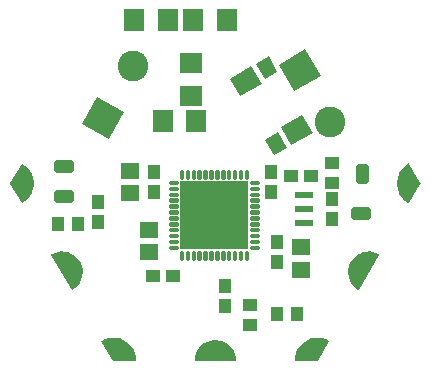
<source format=gbr>
G04 EAGLE Gerber RS-274X export*
G75*
%MOMM*%
%FSLAX34Y34*%
%LPD*%
%INSoldermask Bottom*%
%IPPOS*%
%AMOC8*
5,1,8,0,0,1.08239X$1,22.5*%
G01*
%ADD10R,1.101600X1.201600*%
%ADD11R,1.601600X1.401600*%
%ADD12C,0.225016*%
%ADD13R,5.801588X5.801588*%
%ADD14R,1.501597X0.501600*%
%ADD15R,1.201600X1.101600*%
%ADD16C,0.605878*%
%ADD17R,2.601600X2.601600*%
%ADD18C,2.601600*%
%ADD19R,1.751600X2.111600*%
%ADD20R,1.491600X1.241600*%
%ADD21R,1.701600X1.904600*%
%ADD22R,1.904600X1.701600*%
%ADD23C,1.101600*%

G36*
X363739Y196217D02*
X363739Y196217D01*
X363768Y196214D01*
X363835Y196236D01*
X363905Y196250D01*
X363929Y196267D01*
X363957Y196276D01*
X364010Y196323D01*
X364069Y196363D01*
X364085Y196387D01*
X364107Y196407D01*
X364138Y196471D01*
X364176Y196530D01*
X364181Y196559D01*
X364193Y196585D01*
X364202Y196685D01*
X364209Y196727D01*
X364206Y196737D01*
X364208Y196751D01*
X363976Y199549D01*
X363966Y199583D01*
X363962Y199631D01*
X363273Y202352D01*
X363258Y202384D01*
X363246Y202430D01*
X362118Y205002D01*
X362098Y205030D01*
X362079Y205074D01*
X360543Y207425D01*
X360519Y207449D01*
X360493Y207490D01*
X358591Y209555D01*
X358563Y209576D01*
X358530Y209611D01*
X356315Y211336D01*
X356284Y211351D01*
X356246Y211381D01*
X353776Y212717D01*
X353743Y212727D01*
X353701Y212750D01*
X352515Y213158D01*
X351061Y213657D01*
X351045Y213662D01*
X351011Y213667D01*
X350965Y213682D01*
X348196Y214144D01*
X348161Y214143D01*
X348114Y214151D01*
X345306Y214151D01*
X345272Y214144D01*
X345224Y214144D01*
X342455Y213682D01*
X342422Y213670D01*
X342375Y213662D01*
X339719Y212750D01*
X339689Y212733D01*
X339644Y212717D01*
X337174Y211381D01*
X337148Y211359D01*
X337105Y211336D01*
X334890Y209611D01*
X334867Y209585D01*
X334829Y209555D01*
X332927Y207490D01*
X332909Y207460D01*
X332877Y207425D01*
X331341Y205074D01*
X331328Y205042D01*
X331302Y205002D01*
X330174Y202430D01*
X330167Y202397D01*
X330164Y202390D01*
X330158Y202381D01*
X330157Y202375D01*
X330147Y202352D01*
X329458Y199631D01*
X329456Y199596D01*
X329444Y199549D01*
X329212Y196751D01*
X329216Y196722D01*
X329211Y196693D01*
X329228Y196624D01*
X329236Y196554D01*
X329250Y196528D01*
X329257Y196500D01*
X329299Y196443D01*
X329334Y196381D01*
X329358Y196363D01*
X329375Y196340D01*
X329436Y196304D01*
X329493Y196261D01*
X329521Y196253D01*
X329546Y196238D01*
X329644Y196222D01*
X329685Y196211D01*
X329696Y196213D01*
X329710Y196211D01*
X363710Y196211D01*
X363739Y196217D01*
G37*
G36*
X225317Y256520D02*
X225317Y256520D01*
X225388Y256517D01*
X225415Y256527D01*
X225444Y256529D01*
X225534Y256571D01*
X225574Y256586D01*
X225582Y256594D01*
X225595Y256600D01*
X227898Y258199D01*
X227922Y258225D01*
X227962Y258252D01*
X229971Y260209D01*
X229990Y260238D01*
X230025Y260271D01*
X231684Y262532D01*
X231699Y262563D01*
X231728Y262602D01*
X232992Y265105D01*
X233001Y265139D01*
X233023Y265182D01*
X233859Y267859D01*
X233862Y267893D01*
X233877Y267939D01*
X234260Y270718D01*
X234258Y270752D01*
X234264Y270800D01*
X234185Y273603D01*
X234177Y273637D01*
X234176Y273685D01*
X233637Y276437D01*
X233623Y276469D01*
X233614Y276517D01*
X232629Y279142D01*
X232614Y279167D01*
X232609Y279187D01*
X232601Y279198D01*
X232594Y279217D01*
X231190Y281645D01*
X231167Y281671D01*
X231143Y281713D01*
X229359Y283876D01*
X229332Y283898D01*
X229301Y283935D01*
X227185Y285776D01*
X227155Y285793D01*
X227119Y285825D01*
X224728Y287292D01*
X224696Y287303D01*
X224655Y287329D01*
X222056Y288382D01*
X222022Y288389D01*
X221977Y288407D01*
X219240Y289018D01*
X219205Y289019D01*
X219158Y289030D01*
X216358Y289182D01*
X216324Y289177D01*
X216276Y289180D01*
X213488Y288870D01*
X213455Y288859D01*
X213407Y288854D01*
X210709Y288089D01*
X210679Y288073D01*
X210632Y288060D01*
X208097Y286861D01*
X208073Y286844D01*
X208046Y286834D01*
X207994Y286785D01*
X207937Y286742D01*
X207923Y286717D01*
X207902Y286697D01*
X207873Y286632D01*
X207837Y286571D01*
X207834Y286542D01*
X207822Y286515D01*
X207821Y286444D01*
X207812Y286373D01*
X207820Y286345D01*
X207820Y286316D01*
X207854Y286223D01*
X207866Y286182D01*
X207873Y286173D01*
X207878Y286160D01*
X224878Y256760D01*
X224897Y256738D01*
X224910Y256712D01*
X224963Y256664D01*
X225010Y256611D01*
X225036Y256599D01*
X225058Y256579D01*
X225125Y256556D01*
X225189Y256526D01*
X225218Y256524D01*
X225246Y256515D01*
X225317Y256520D01*
G37*
G36*
X468136Y256521D02*
X468136Y256521D01*
X468207Y256520D01*
X468234Y256531D01*
X468263Y256535D01*
X468325Y256569D01*
X468390Y256597D01*
X468411Y256618D01*
X468436Y256632D01*
X468499Y256708D01*
X468529Y256739D01*
X468533Y256749D01*
X468542Y256760D01*
X485542Y286160D01*
X485551Y286188D01*
X485568Y286212D01*
X485583Y286281D01*
X485605Y286349D01*
X485603Y286378D01*
X485609Y286406D01*
X485596Y286476D01*
X485590Y286547D01*
X485577Y286573D01*
X485571Y286601D01*
X485531Y286660D01*
X485499Y286723D01*
X485476Y286742D01*
X485460Y286766D01*
X485378Y286823D01*
X485345Y286850D01*
X485335Y286853D01*
X485323Y286861D01*
X482788Y288060D01*
X482754Y288068D01*
X482711Y288089D01*
X480013Y288854D01*
X479978Y288856D01*
X479932Y288870D01*
X477144Y289180D01*
X477110Y289177D01*
X477062Y289182D01*
X474262Y289030D01*
X474228Y289021D01*
X474180Y289018D01*
X471443Y288407D01*
X471411Y288393D01*
X471364Y288382D01*
X468765Y287329D01*
X468736Y287310D01*
X468692Y287292D01*
X466301Y285825D01*
X466276Y285801D01*
X466235Y285776D01*
X464119Y283935D01*
X464098Y283908D01*
X464061Y283876D01*
X462277Y281713D01*
X462261Y281682D01*
X462230Y281645D01*
X460826Y279217D01*
X460815Y279184D01*
X460808Y279171D01*
X460798Y279157D01*
X460798Y279154D01*
X460791Y279142D01*
X459806Y276517D01*
X459800Y276482D01*
X459783Y276437D01*
X459244Y273685D01*
X459244Y273651D01*
X459235Y273603D01*
X459156Y270800D01*
X459162Y270766D01*
X459160Y270718D01*
X459543Y267939D01*
X459555Y267907D01*
X459561Y267859D01*
X460397Y265182D01*
X460414Y265151D01*
X460428Y265105D01*
X461692Y262602D01*
X461714Y262575D01*
X461736Y262532D01*
X463395Y260271D01*
X463421Y260248D01*
X463449Y260209D01*
X465458Y258252D01*
X465487Y258233D01*
X465522Y258199D01*
X467825Y256600D01*
X467852Y256588D01*
X467875Y256570D01*
X467943Y256549D01*
X468008Y256521D01*
X468037Y256521D01*
X468065Y256513D01*
X468136Y256521D01*
G37*
G36*
X510437Y329721D02*
X510437Y329721D01*
X510508Y329721D01*
X510535Y329732D01*
X510564Y329735D01*
X510626Y329770D01*
X510691Y329798D01*
X510712Y329818D01*
X510737Y329833D01*
X510800Y329910D01*
X510830Y329940D01*
X510834Y329950D01*
X510843Y329961D01*
X520343Y346461D01*
X520353Y346493D01*
X520362Y346506D01*
X520366Y346530D01*
X520367Y346534D01*
X520398Y346604D01*
X520398Y346628D01*
X520406Y346650D01*
X520400Y346726D01*
X520401Y346803D01*
X520391Y346827D01*
X520390Y346848D01*
X520369Y346887D01*
X520343Y346959D01*
X510843Y363459D01*
X510824Y363481D01*
X510811Y363507D01*
X510758Y363555D01*
X510711Y363608D01*
X510685Y363621D01*
X510664Y363640D01*
X510596Y363663D01*
X510532Y363694D01*
X510503Y363696D01*
X510476Y363705D01*
X510404Y363700D01*
X510333Y363703D01*
X510306Y363693D01*
X510277Y363691D01*
X510187Y363649D01*
X510147Y363634D01*
X510139Y363627D01*
X510126Y363621D01*
X507603Y361879D01*
X507579Y361855D01*
X507541Y361828D01*
X505329Y359704D01*
X505310Y359676D01*
X505276Y359644D01*
X503434Y357193D01*
X503420Y357162D01*
X503391Y357125D01*
X501966Y354410D01*
X501957Y354379D01*
X501941Y354354D01*
X501940Y354346D01*
X501935Y354336D01*
X500964Y351428D01*
X500960Y351394D01*
X500945Y351350D01*
X500453Y348323D01*
X500454Y348289D01*
X500446Y348243D01*
X500446Y345177D01*
X500447Y345173D01*
X500447Y345171D01*
X500453Y345144D01*
X500453Y345097D01*
X500945Y342070D01*
X500957Y342039D01*
X500964Y341992D01*
X501935Y339084D01*
X501952Y339055D01*
X501966Y339010D01*
X503391Y336295D01*
X503413Y336269D01*
X503434Y336227D01*
X505276Y333776D01*
X505301Y333753D01*
X505329Y333716D01*
X507541Y331592D01*
X507569Y331574D01*
X507603Y331541D01*
X510126Y329799D01*
X510153Y329788D01*
X510175Y329769D01*
X510244Y329749D01*
X510309Y329721D01*
X510338Y329721D01*
X510366Y329713D01*
X510437Y329721D01*
G37*
G36*
X183016Y329720D02*
X183016Y329720D01*
X183087Y329717D01*
X183114Y329727D01*
X183143Y329729D01*
X183233Y329771D01*
X183273Y329786D01*
X183281Y329793D01*
X183294Y329799D01*
X185817Y331541D01*
X185841Y331565D01*
X185879Y331592D01*
X188091Y333716D01*
X188110Y333744D01*
X188144Y333776D01*
X189986Y336227D01*
X190000Y336258D01*
X190029Y336295D01*
X191454Y339010D01*
X191463Y339043D01*
X191485Y339084D01*
X192456Y341992D01*
X192460Y342026D01*
X192475Y342070D01*
X192967Y345097D01*
X192966Y345131D01*
X192974Y345177D01*
X192974Y348243D01*
X192967Y348276D01*
X192967Y348323D01*
X192475Y351350D01*
X192463Y351381D01*
X192456Y351428D01*
X191485Y354336D01*
X191472Y354359D01*
X191466Y354384D01*
X191459Y354393D01*
X191454Y354410D01*
X190029Y357125D01*
X190007Y357151D01*
X189986Y357193D01*
X188144Y359644D01*
X188119Y359667D01*
X188091Y359704D01*
X185879Y361828D01*
X185851Y361846D01*
X185817Y361879D01*
X183294Y363621D01*
X183267Y363632D01*
X183245Y363651D01*
X183176Y363671D01*
X183111Y363699D01*
X183082Y363699D01*
X183054Y363707D01*
X182983Y363699D01*
X182912Y363700D01*
X182885Y363688D01*
X182856Y363685D01*
X182794Y363650D01*
X182729Y363622D01*
X182708Y363602D01*
X182683Y363587D01*
X182620Y363510D01*
X182590Y363480D01*
X182586Y363470D01*
X182577Y363459D01*
X173077Y346959D01*
X173053Y346886D01*
X173022Y346816D01*
X173022Y346792D01*
X173014Y346770D01*
X173021Y346694D01*
X173020Y346617D01*
X173029Y346593D01*
X173030Y346572D01*
X173051Y346533D01*
X173070Y346481D01*
X173071Y346475D01*
X173073Y346473D01*
X173077Y346461D01*
X182577Y329961D01*
X182596Y329939D01*
X182609Y329913D01*
X182662Y329865D01*
X182709Y329812D01*
X182735Y329799D01*
X182757Y329780D01*
X182824Y329757D01*
X182888Y329726D01*
X182917Y329725D01*
X182944Y329715D01*
X183016Y329720D01*
G37*
G36*
X433386Y196226D02*
X433386Y196226D01*
X433464Y196235D01*
X433483Y196246D01*
X433505Y196250D01*
X433569Y196294D01*
X433637Y196333D01*
X433653Y196352D01*
X433669Y196363D01*
X433693Y196401D01*
X433743Y196461D01*
X443243Y212961D01*
X443252Y212988D01*
X443268Y213012D01*
X443283Y213082D01*
X443306Y213150D01*
X443303Y213178D01*
X443309Y213206D01*
X443296Y213277D01*
X443290Y213348D01*
X443277Y213373D01*
X443271Y213401D01*
X443231Y213461D01*
X443198Y213524D01*
X443176Y213542D01*
X443160Y213566D01*
X443077Y213624D01*
X443045Y213651D01*
X443034Y213654D01*
X443024Y213661D01*
X440258Y214970D01*
X440225Y214978D01*
X440182Y214998D01*
X437242Y215846D01*
X437208Y215849D01*
X437164Y215862D01*
X434126Y216227D01*
X434092Y216224D01*
X434045Y216230D01*
X430988Y216103D01*
X430955Y216095D01*
X430908Y216094D01*
X427911Y215478D01*
X427880Y215465D01*
X427834Y215456D01*
X424974Y214367D01*
X424946Y214349D01*
X424902Y214333D01*
X422254Y212799D01*
X422228Y212777D01*
X422188Y212754D01*
X419820Y210816D01*
X419798Y210789D01*
X419762Y210760D01*
X417735Y208467D01*
X417719Y208438D01*
X417687Y208403D01*
X416055Y205815D01*
X416043Y205783D01*
X416018Y205744D01*
X414822Y202927D01*
X414815Y202894D01*
X414812Y202887D01*
X414808Y202881D01*
X414807Y202875D01*
X414796Y202851D01*
X414068Y199879D01*
X414066Y199845D01*
X414055Y199800D01*
X413812Y196750D01*
X413816Y196721D01*
X413811Y196693D01*
X413828Y196624D01*
X413836Y196552D01*
X413851Y196528D01*
X413857Y196500D01*
X413900Y196442D01*
X413936Y196380D01*
X413958Y196363D01*
X413975Y196340D01*
X414037Y196303D01*
X414094Y196260D01*
X414122Y196253D01*
X414146Y196238D01*
X414246Y196222D01*
X414287Y196211D01*
X414297Y196213D01*
X414310Y196211D01*
X433310Y196211D01*
X433386Y196226D01*
G37*
G36*
X279138Y196216D02*
X279138Y196216D01*
X279166Y196214D01*
X279234Y196236D01*
X279305Y196250D01*
X279328Y196266D01*
X279355Y196275D01*
X279410Y196322D01*
X279469Y196363D01*
X279484Y196387D01*
X279506Y196405D01*
X279537Y196470D01*
X279576Y196530D01*
X279581Y196558D01*
X279593Y196584D01*
X279602Y196685D01*
X279609Y196727D01*
X279607Y196737D01*
X279608Y196750D01*
X279365Y199800D01*
X279356Y199832D01*
X279352Y199879D01*
X278624Y202851D01*
X278609Y202882D01*
X278598Y202927D01*
X277402Y205744D01*
X277383Y205772D01*
X277365Y205815D01*
X275733Y208403D01*
X275709Y208427D01*
X275685Y208467D01*
X273658Y210760D01*
X273631Y210780D01*
X273600Y210816D01*
X271233Y212754D01*
X271202Y212770D01*
X271166Y212799D01*
X268518Y214333D01*
X268486Y214343D01*
X268446Y214367D01*
X265586Y215456D01*
X265553Y215461D01*
X265509Y215478D01*
X262512Y216094D01*
X262478Y216094D01*
X262432Y216103D01*
X259375Y216230D01*
X259341Y216225D01*
X259294Y216227D01*
X256256Y215862D01*
X256224Y215851D01*
X256178Y215846D01*
X253238Y214998D01*
X253208Y214982D01*
X253163Y214970D01*
X250397Y213661D01*
X250374Y213644D01*
X250347Y213634D01*
X250295Y213585D01*
X250237Y213542D01*
X250223Y213517D01*
X250202Y213498D01*
X250173Y213432D01*
X250137Y213370D01*
X250134Y213342D01*
X250122Y213316D01*
X250121Y213244D01*
X250112Y213173D01*
X250120Y213146D01*
X250120Y213117D01*
X250155Y213022D01*
X250166Y212982D01*
X250173Y212973D01*
X250177Y212961D01*
X259677Y196461D01*
X259729Y196403D01*
X259775Y196340D01*
X259794Y196329D01*
X259809Y196312D01*
X259879Y196278D01*
X259946Y196238D01*
X259971Y196234D01*
X259988Y196226D01*
X260033Y196224D01*
X260110Y196211D01*
X279110Y196211D01*
X279138Y196216D01*
G37*
D10*
X445770Y316620D03*
X445770Y333620D03*
D11*
X419100Y273710D03*
X419100Y292710D03*
D12*
X377057Y346907D02*
X377057Y348173D01*
X382823Y348173D01*
X382823Y346907D01*
X377057Y346907D01*
X377057Y343173D02*
X377057Y341907D01*
X377057Y343173D02*
X382823Y343173D01*
X382823Y341907D01*
X377057Y341907D01*
X377057Y338173D02*
X377057Y336907D01*
X377057Y338173D02*
X382823Y338173D01*
X382823Y336907D01*
X377057Y336907D01*
X377057Y333173D02*
X377057Y331907D01*
X377057Y333173D02*
X382823Y333173D01*
X382823Y331907D01*
X377057Y331907D01*
X377057Y328173D02*
X377057Y326907D01*
X377057Y328173D02*
X382823Y328173D01*
X382823Y326907D01*
X377057Y326907D01*
X377057Y323173D02*
X377057Y321907D01*
X377057Y323173D02*
X382823Y323173D01*
X382823Y321907D01*
X377057Y321907D01*
X377057Y318173D02*
X377057Y316907D01*
X377057Y318173D02*
X382823Y318173D01*
X382823Y316907D01*
X377057Y316907D01*
X377057Y313173D02*
X377057Y311907D01*
X377057Y313173D02*
X382823Y313173D01*
X382823Y311907D01*
X377057Y311907D01*
X377057Y308173D02*
X377057Y306907D01*
X377057Y308173D02*
X382823Y308173D01*
X382823Y306907D01*
X377057Y306907D01*
X377057Y303173D02*
X377057Y301907D01*
X377057Y303173D02*
X382823Y303173D01*
X382823Y301907D01*
X377057Y301907D01*
X377057Y298173D02*
X377057Y296907D01*
X377057Y298173D02*
X382823Y298173D01*
X382823Y296907D01*
X377057Y296907D01*
X377057Y293173D02*
X377057Y291907D01*
X377057Y293173D02*
X382823Y293173D01*
X382823Y291907D01*
X377057Y291907D01*
X373573Y288423D02*
X372307Y288423D01*
X373573Y288423D02*
X373573Y282657D01*
X372307Y282657D01*
X372307Y288423D01*
X372307Y284794D02*
X373573Y284794D01*
X373573Y286931D02*
X372307Y286931D01*
X368573Y288423D02*
X367307Y288423D01*
X368573Y288423D02*
X368573Y282657D01*
X367307Y282657D01*
X367307Y288423D01*
X367307Y284794D02*
X368573Y284794D01*
X368573Y286931D02*
X367307Y286931D01*
X363573Y288423D02*
X362307Y288423D01*
X363573Y288423D02*
X363573Y282657D01*
X362307Y282657D01*
X362307Y288423D01*
X362307Y284794D02*
X363573Y284794D01*
X363573Y286931D02*
X362307Y286931D01*
X358573Y288423D02*
X357307Y288423D01*
X358573Y288423D02*
X358573Y282657D01*
X357307Y282657D01*
X357307Y288423D01*
X357307Y284794D02*
X358573Y284794D01*
X358573Y286931D02*
X357307Y286931D01*
X353573Y288423D02*
X352307Y288423D01*
X353573Y288423D02*
X353573Y282657D01*
X352307Y282657D01*
X352307Y288423D01*
X352307Y284794D02*
X353573Y284794D01*
X353573Y286931D02*
X352307Y286931D01*
X348573Y288423D02*
X347307Y288423D01*
X348573Y288423D02*
X348573Y282657D01*
X347307Y282657D01*
X347307Y288423D01*
X347307Y284794D02*
X348573Y284794D01*
X348573Y286931D02*
X347307Y286931D01*
X343573Y288423D02*
X342307Y288423D01*
X343573Y288423D02*
X343573Y282657D01*
X342307Y282657D01*
X342307Y288423D01*
X342307Y284794D02*
X343573Y284794D01*
X343573Y286931D02*
X342307Y286931D01*
X338573Y288423D02*
X337307Y288423D01*
X338573Y288423D02*
X338573Y282657D01*
X337307Y282657D01*
X337307Y288423D01*
X337307Y284794D02*
X338573Y284794D01*
X338573Y286931D02*
X337307Y286931D01*
X333573Y288423D02*
X332307Y288423D01*
X333573Y288423D02*
X333573Y282657D01*
X332307Y282657D01*
X332307Y288423D01*
X332307Y284794D02*
X333573Y284794D01*
X333573Y286931D02*
X332307Y286931D01*
X328573Y288423D02*
X327307Y288423D01*
X328573Y288423D02*
X328573Y282657D01*
X327307Y282657D01*
X327307Y288423D01*
X327307Y284794D02*
X328573Y284794D01*
X328573Y286931D02*
X327307Y286931D01*
X323573Y288423D02*
X322307Y288423D01*
X323573Y288423D02*
X323573Y282657D01*
X322307Y282657D01*
X322307Y288423D01*
X322307Y284794D02*
X323573Y284794D01*
X323573Y286931D02*
X322307Y286931D01*
X318573Y288423D02*
X317307Y288423D01*
X318573Y288423D02*
X318573Y282657D01*
X317307Y282657D01*
X317307Y288423D01*
X317307Y284794D02*
X318573Y284794D01*
X318573Y286931D02*
X317307Y286931D01*
X313823Y291907D02*
X313823Y293173D01*
X313823Y291907D02*
X308057Y291907D01*
X308057Y293173D01*
X313823Y293173D01*
X313823Y296907D02*
X313823Y298173D01*
X313823Y296907D02*
X308057Y296907D01*
X308057Y298173D01*
X313823Y298173D01*
X313823Y301907D02*
X313823Y303173D01*
X313823Y301907D02*
X308057Y301907D01*
X308057Y303173D01*
X313823Y303173D01*
X313823Y306907D02*
X313823Y308173D01*
X313823Y306907D02*
X308057Y306907D01*
X308057Y308173D01*
X313823Y308173D01*
X313823Y311907D02*
X313823Y313173D01*
X313823Y311907D02*
X308057Y311907D01*
X308057Y313173D01*
X313823Y313173D01*
X313823Y316907D02*
X313823Y318173D01*
X313823Y316907D02*
X308057Y316907D01*
X308057Y318173D01*
X313823Y318173D01*
X313823Y321907D02*
X313823Y323173D01*
X313823Y321907D02*
X308057Y321907D01*
X308057Y323173D01*
X313823Y323173D01*
X313823Y326907D02*
X313823Y328173D01*
X313823Y326907D02*
X308057Y326907D01*
X308057Y328173D01*
X313823Y328173D01*
X313823Y331907D02*
X313823Y333173D01*
X313823Y331907D02*
X308057Y331907D01*
X308057Y333173D01*
X313823Y333173D01*
X313823Y336907D02*
X313823Y338173D01*
X313823Y336907D02*
X308057Y336907D01*
X308057Y338173D01*
X313823Y338173D01*
X313823Y341907D02*
X313823Y343173D01*
X313823Y341907D02*
X308057Y341907D01*
X308057Y343173D01*
X313823Y343173D01*
X313823Y346907D02*
X313823Y348173D01*
X313823Y346907D02*
X308057Y346907D01*
X308057Y348173D01*
X313823Y348173D01*
X317307Y351657D02*
X318573Y351657D01*
X317307Y351657D02*
X317307Y357423D01*
X318573Y357423D01*
X318573Y351657D01*
X318573Y353794D02*
X317307Y353794D01*
X317307Y355931D02*
X318573Y355931D01*
X322307Y351657D02*
X323573Y351657D01*
X322307Y351657D02*
X322307Y357423D01*
X323573Y357423D01*
X323573Y351657D01*
X323573Y353794D02*
X322307Y353794D01*
X322307Y355931D02*
X323573Y355931D01*
X327307Y351657D02*
X328573Y351657D01*
X327307Y351657D02*
X327307Y357423D01*
X328573Y357423D01*
X328573Y351657D01*
X328573Y353794D02*
X327307Y353794D01*
X327307Y355931D02*
X328573Y355931D01*
X332307Y351657D02*
X333573Y351657D01*
X332307Y351657D02*
X332307Y357423D01*
X333573Y357423D01*
X333573Y351657D01*
X333573Y353794D02*
X332307Y353794D01*
X332307Y355931D02*
X333573Y355931D01*
X337307Y351657D02*
X338573Y351657D01*
X337307Y351657D02*
X337307Y357423D01*
X338573Y357423D01*
X338573Y351657D01*
X338573Y353794D02*
X337307Y353794D01*
X337307Y355931D02*
X338573Y355931D01*
X342307Y351657D02*
X343573Y351657D01*
X342307Y351657D02*
X342307Y357423D01*
X343573Y357423D01*
X343573Y351657D01*
X343573Y353794D02*
X342307Y353794D01*
X342307Y355931D02*
X343573Y355931D01*
X347307Y351657D02*
X348573Y351657D01*
X347307Y351657D02*
X347307Y357423D01*
X348573Y357423D01*
X348573Y351657D01*
X348573Y353794D02*
X347307Y353794D01*
X347307Y355931D02*
X348573Y355931D01*
X352307Y351657D02*
X353573Y351657D01*
X352307Y351657D02*
X352307Y357423D01*
X353573Y357423D01*
X353573Y351657D01*
X353573Y353794D02*
X352307Y353794D01*
X352307Y355931D02*
X353573Y355931D01*
X357307Y351657D02*
X358573Y351657D01*
X357307Y351657D02*
X357307Y357423D01*
X358573Y357423D01*
X358573Y351657D01*
X358573Y353794D02*
X357307Y353794D01*
X357307Y355931D02*
X358573Y355931D01*
X362307Y351657D02*
X363573Y351657D01*
X362307Y351657D02*
X362307Y357423D01*
X363573Y357423D01*
X363573Y351657D01*
X363573Y353794D02*
X362307Y353794D01*
X362307Y355931D02*
X363573Y355931D01*
X367307Y351657D02*
X368573Y351657D01*
X367307Y351657D02*
X367307Y357423D01*
X368573Y357423D01*
X368573Y351657D01*
X368573Y353794D02*
X367307Y353794D01*
X367307Y355931D02*
X368573Y355931D01*
X372307Y351657D02*
X373573Y351657D01*
X372307Y351657D02*
X372307Y357423D01*
X373573Y357423D01*
X373573Y351657D01*
X373573Y353794D02*
X372307Y353794D01*
X372307Y355931D02*
X373573Y355931D01*
D13*
X345440Y320040D03*
D14*
X421640Y337120D03*
X421640Y325120D03*
X421640Y313120D03*
D15*
X445770Y347100D03*
X445770Y364100D03*
D11*
X274320Y357480D03*
X274320Y338480D03*
X290830Y288696D03*
X290830Y307696D03*
D10*
X398780Y279790D03*
X398780Y296790D03*
X294640Y356480D03*
X294640Y339480D03*
D15*
X410600Y353060D03*
X427600Y353060D03*
X293760Y267970D03*
X310760Y267970D03*
D10*
X393700Y356480D03*
X393700Y339480D03*
X416170Y236220D03*
X399170Y236220D03*
D16*
X223207Y364202D02*
X212249Y364202D01*
X223207Y364202D02*
X223207Y359244D01*
X212249Y359244D01*
X212249Y364202D01*
X212249Y333844D02*
X223207Y333844D01*
X212249Y333844D02*
X212249Y338802D01*
X223207Y338802D01*
X223207Y333844D01*
X468691Y349867D02*
X468691Y360825D01*
X473649Y360825D01*
X473649Y349867D01*
X468691Y349867D01*
X468691Y355623D02*
X473649Y355623D01*
X474871Y323789D02*
X463913Y323789D01*
X474871Y323789D02*
X474871Y318831D01*
X463913Y318831D01*
X463913Y323789D01*
D17*
G36*
X269229Y406944D02*
X256221Y384414D01*
X233691Y397422D01*
X246699Y419952D01*
X269229Y406944D01*
G37*
D18*
X276860Y446177D03*
D17*
G36*
X413364Y424768D02*
X400356Y447298D01*
X422886Y460306D01*
X435894Y437776D01*
X413364Y424768D01*
G37*
D18*
X443525Y398543D03*
D19*
G36*
X420219Y404938D02*
X428977Y389770D01*
X410691Y379212D01*
X401933Y394380D01*
X420219Y404938D01*
G37*
D20*
G36*
X391670Y454388D02*
X399128Y441472D01*
X388376Y435264D01*
X380918Y448180D01*
X391670Y454388D01*
G37*
G36*
X399523Y389987D02*
X406981Y377071D01*
X396229Y370863D01*
X388771Y383779D01*
X399523Y389987D01*
G37*
D19*
G36*
X377207Y446038D02*
X385965Y430870D01*
X367679Y420312D01*
X358921Y435480D01*
X377207Y446038D01*
G37*
D10*
X355092Y260214D03*
X355092Y243214D03*
D15*
X375920Y243450D03*
X375920Y226450D03*
D21*
X277880Y485140D03*
X306320Y485140D03*
X328045Y485140D03*
X356485Y485140D03*
D22*
X325755Y449068D03*
X325755Y420628D03*
D10*
X247650Y331080D03*
X247650Y314080D03*
X230750Y312420D03*
X213750Y312420D03*
D21*
X330450Y399415D03*
X302010Y399415D03*
D23*
X511910Y346710D03*
X429310Y203610D03*
X264110Y203610D03*
X181510Y346710D03*
X470610Y275210D03*
X346710Y203610D03*
X222810Y275210D03*
M02*

</source>
